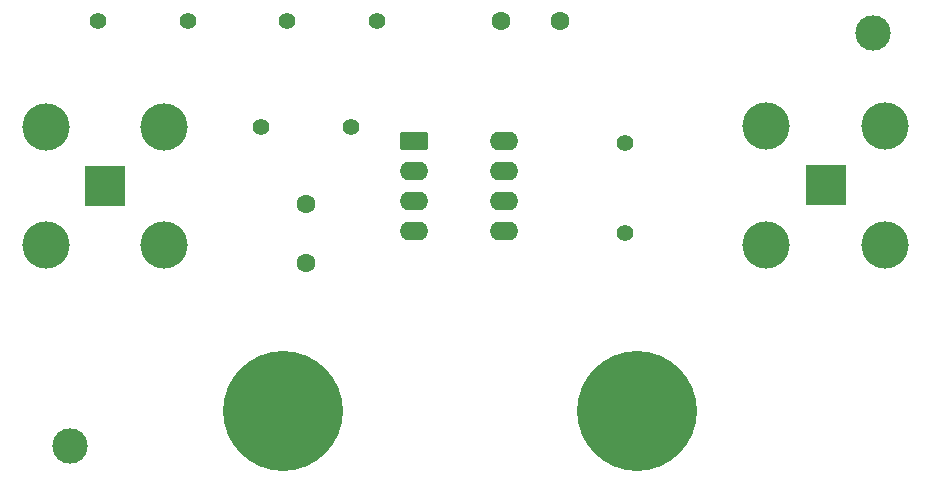
<source format=gbs>
%TF.GenerationSoftware,KiCad,Pcbnew,9.0.2*%
%TF.CreationDate,2025-05-26T17:46:23-04:00*%
%TF.ProjectId,Second_Order_Low_Pass_Filter_Ac,5365636f-6e64-45f4-9f72-6465725f4c6f,rev?*%
%TF.SameCoordinates,Original*%
%TF.FileFunction,Soldermask,Bot*%
%TF.FilePolarity,Negative*%
%FSLAX46Y46*%
G04 Gerber Fmt 4.6, Leading zero omitted, Abs format (unit mm)*
G04 Created by KiCad (PCBNEW 9.0.2) date 2025-05-26 17:46:23*
%MOMM*%
%LPD*%
G01*
G04 APERTURE LIST*
G04 Aperture macros list*
%AMRoundRect*
0 Rectangle with rounded corners*
0 $1 Rounding radius*
0 $2 $3 $4 $5 $6 $7 $8 $9 X,Y pos of 4 corners*
0 Add a 4 corners polygon primitive as box body*
4,1,4,$2,$3,$4,$5,$6,$7,$8,$9,$2,$3,0*
0 Add four circle primitives for the rounded corners*
1,1,$1+$1,$2,$3*
1,1,$1+$1,$4,$5*
1,1,$1+$1,$6,$7*
1,1,$1+$1,$8,$9*
0 Add four rect primitives between the rounded corners*
20,1,$1+$1,$2,$3,$4,$5,0*
20,1,$1+$1,$4,$5,$6,$7,0*
20,1,$1+$1,$6,$7,$8,$9,0*
20,1,$1+$1,$8,$9,$2,$3,0*%
G04 Aperture macros list end*
%ADD10C,3.000000*%
%ADD11C,10.160000*%
%ADD12RoundRect,0.250000X-0.950000X-0.550000X0.950000X-0.550000X0.950000X0.550000X-0.950000X0.550000X0*%
%ADD13O,2.400000X1.600000*%
%ADD14C,1.400000*%
%ADD15R,3.500000X3.500000*%
%ADD16C,4.000000*%
%ADD17C,1.600000*%
G04 APERTURE END LIST*
D10*
%TO.C,REF\u002A\u002A*%
X184000000Y-80000000D03*
%TD*%
%TO.C,REF\u002A\u002A*%
X116000000Y-115000000D03*
%TD*%
D11*
%TO.C,J3*%
X164000000Y-112000000D03*
X134030000Y-112000000D03*
%TD*%
D12*
%TO.C,U1*%
X145190000Y-89190000D03*
D13*
X145190000Y-91730000D03*
X145190000Y-94270000D03*
X145190000Y-96810000D03*
X152810000Y-96810000D03*
X152810000Y-94270000D03*
X152810000Y-91730000D03*
X152810000Y-89190000D03*
%TD*%
D14*
%TO.C,R4*%
X132190000Y-88000000D03*
X139810000Y-88000000D03*
%TD*%
%TO.C,R3*%
X163000000Y-97000000D03*
X163000000Y-89380000D03*
%TD*%
%TO.C,R2*%
X134380000Y-79000000D03*
X142000000Y-79000000D03*
%TD*%
%TO.C,R1*%
X118380000Y-79000000D03*
X126000000Y-79000000D03*
%TD*%
D15*
%TO.C,J2*%
X180000000Y-92935000D03*
D16*
X185025000Y-87910000D03*
X174975000Y-87910000D03*
X185025000Y-97960000D03*
X174975000Y-97960000D03*
%TD*%
D15*
%TO.C,J1*%
X119000000Y-93000000D03*
D16*
X113975000Y-98025000D03*
X124025000Y-98025000D03*
X113975000Y-87975000D03*
X124025000Y-87975000D03*
%TD*%
D17*
%TO.C,C2*%
X136000000Y-94500000D03*
X136000000Y-99500000D03*
%TD*%
%TO.C,C1*%
X157500000Y-79000000D03*
X152500000Y-79000000D03*
%TD*%
M02*

</source>
